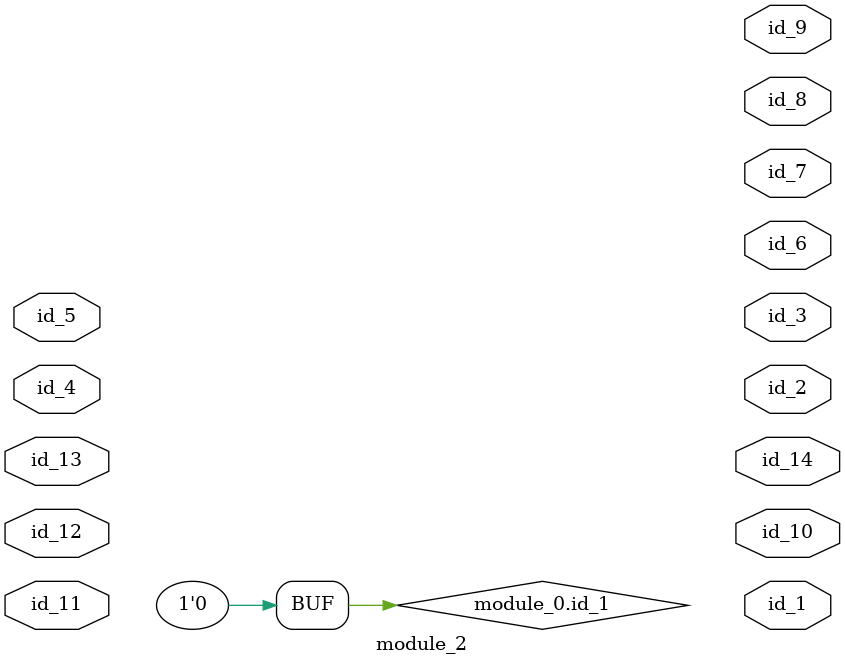
<source format=v>
module module_0;
  assign module_1.id_1 = 0;
  assign #1 id_1 = id_1 * id_1;
  wand id_3;
  module_2 modCall_1 (
      id_3,
      id_1,
      id_1,
      id_3,
      id_3,
      id_1,
      id_3,
      id_3,
      id_3,
      id_3,
      id_1,
      id_1,
      id_1,
      id_3
  );
  assign id_3 = 1'h0;
endmodule
module module_1;
  always $display(id_1);
  assign id_1 = 1 - id_1;
  module_0 modCall_1 ();
endmodule
module module_2 (
    id_1,
    id_2,
    id_3,
    id_4,
    id_5,
    id_6,
    id_7,
    id_8,
    id_9,
    id_10,
    id_11,
    id_12,
    id_13,
    id_14
);
  output wire id_14;
  inout wire id_13;
  input wire id_12;
  input wire id_11;
  output wire id_10;
  output wire id_9;
  output wire id_8;
  output wire id_7;
  output wire id_6;
  input wire id_5;
  input wire id_4;
  output wire id_3;
  output wire id_2;
  output wire id_1;
  wire id_15, id_16;
  assign module_0.id_1 = 0;
endmodule

</source>
